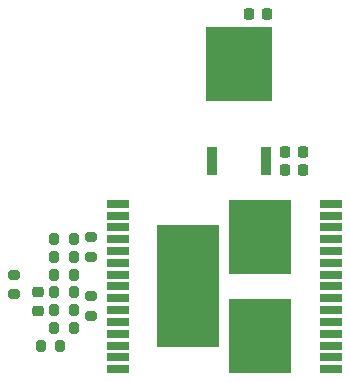
<source format=gbr>
%TF.GenerationSoftware,KiCad,Pcbnew,8.0.7*%
%TF.CreationDate,2025-03-12T19:14:50-04:00*%
%TF.ProjectId,small_hbridge,736d616c-6c5f-4686-9272-696467652e6b,rev?*%
%TF.SameCoordinates,Original*%
%TF.FileFunction,Paste,Top*%
%TF.FilePolarity,Positive*%
%FSLAX46Y46*%
G04 Gerber Fmt 4.6, Leading zero omitted, Abs format (unit mm)*
G04 Created by KiCad (PCBNEW 8.0.7) date 2025-03-12 19:14:50*
%MOMM*%
%LPD*%
G01*
G04 APERTURE LIST*
G04 Aperture macros list*
%AMRoundRect*
0 Rectangle with rounded corners*
0 $1 Rounding radius*
0 $2 $3 $4 $5 $6 $7 $8 $9 X,Y pos of 4 corners*
0 Add a 4 corners polygon primitive as box body*
4,1,4,$2,$3,$4,$5,$6,$7,$8,$9,$2,$3,0*
0 Add four circle primitives for the rounded corners*
1,1,$1+$1,$2,$3*
1,1,$1+$1,$4,$5*
1,1,$1+$1,$6,$7*
1,1,$1+$1,$8,$9*
0 Add four rect primitives between the rounded corners*
20,1,$1+$1,$2,$3,$4,$5,0*
20,1,$1+$1,$4,$5,$6,$7,0*
20,1,$1+$1,$6,$7,$8,$9,0*
20,1,$1+$1,$8,$9,$2,$3,0*%
G04 Aperture macros list end*
%ADD10RoundRect,0.200000X-0.200000X-0.275000X0.200000X-0.275000X0.200000X0.275000X-0.200000X0.275000X0*%
%ADD11RoundRect,0.225000X0.225000X0.250000X-0.225000X0.250000X-0.225000X-0.250000X0.225000X-0.250000X0*%
%ADD12RoundRect,0.225000X-0.250000X0.225000X-0.250000X-0.225000X0.250000X-0.225000X0.250000X0.225000X0*%
%ADD13RoundRect,0.200000X0.275000X-0.200000X0.275000X0.200000X-0.275000X0.200000X-0.275000X-0.200000X0*%
%ADD14R,0.939800X2.489200*%
%ADD15R,5.562600X6.299200*%
%ADD16R,1.854200X0.635000*%
%ADD17R,5.257800X10.300000*%
%ADD18R,5.257800X6.223000*%
G04 APERTURE END LIST*
D10*
%TO.C,R10*%
X159718549Y-94625001D03*
X161368549Y-94625001D03*
%TD*%
%TO.C,R4*%
X160868549Y-93050001D03*
X162518549Y-93050001D03*
%TD*%
%TO.C,R6*%
X160868549Y-90050001D03*
X162518549Y-90050001D03*
%TD*%
%TO.C,R5*%
X160868549Y-88550001D03*
X162518549Y-88550001D03*
%TD*%
D11*
%TO.C,C4*%
X181918549Y-78175001D03*
X180368549Y-78175001D03*
%TD*%
D10*
%TO.C,R2*%
X160868549Y-91525001D03*
X162518549Y-91525001D03*
%TD*%
%TO.C,R1*%
X160868549Y-87050001D03*
X162518549Y-87050001D03*
%TD*%
%TO.C,R3*%
X160868549Y-85550001D03*
X162518549Y-85550001D03*
%TD*%
D12*
%TO.C,C2*%
X159443549Y-90050001D03*
X159443549Y-91600001D03*
%TD*%
D13*
%TO.C,R9*%
X163993549Y-87050001D03*
X163993549Y-85400001D03*
%TD*%
D11*
%TO.C,C5*%
X178868549Y-66500001D03*
X177318549Y-66500001D03*
%TD*%
D13*
%TO.C,R7*%
X163968549Y-92025001D03*
X163968549Y-90375001D03*
%TD*%
D11*
%TO.C,C3*%
X181918549Y-79675001D03*
X180368549Y-79675001D03*
%TD*%
D14*
%TO.C,U2*%
X174232549Y-78904201D03*
X178804549Y-78904201D03*
D15*
X176518549Y-70750801D03*
%TD*%
D13*
%TO.C,R8*%
X157443549Y-90200001D03*
X157443549Y-88550001D03*
%TD*%
D16*
%TO.C,U1*%
X166243549Y-82550001D03*
X166243549Y-83549999D03*
X166243549Y-84550000D03*
X166243549Y-85550000D03*
X166243549Y-86550001D03*
X166243549Y-87549999D03*
X166243549Y-88549999D03*
X166243549Y-89550000D03*
X166243549Y-90550001D03*
X166243549Y-91550001D03*
X166243549Y-92549999D03*
X166243549Y-93550000D03*
X166243549Y-94550000D03*
X166243549Y-95550001D03*
X166243549Y-96550001D03*
X184252149Y-96549999D03*
X184252149Y-95550001D03*
X184252149Y-94550000D03*
X184252149Y-93550000D03*
X184252149Y-92549999D03*
X184252149Y-91550001D03*
X184252149Y-90550001D03*
X184252149Y-89550000D03*
X184252149Y-88549999D03*
X184252149Y-87549999D03*
X184252149Y-86550001D03*
X184252149Y-85550000D03*
X184252149Y-84550000D03*
X184252149Y-83549999D03*
X184252149Y-82549999D03*
D17*
X172197850Y-89550000D03*
D18*
X178297848Y-85385000D03*
X178297848Y-93715000D03*
%TD*%
M02*

</source>
